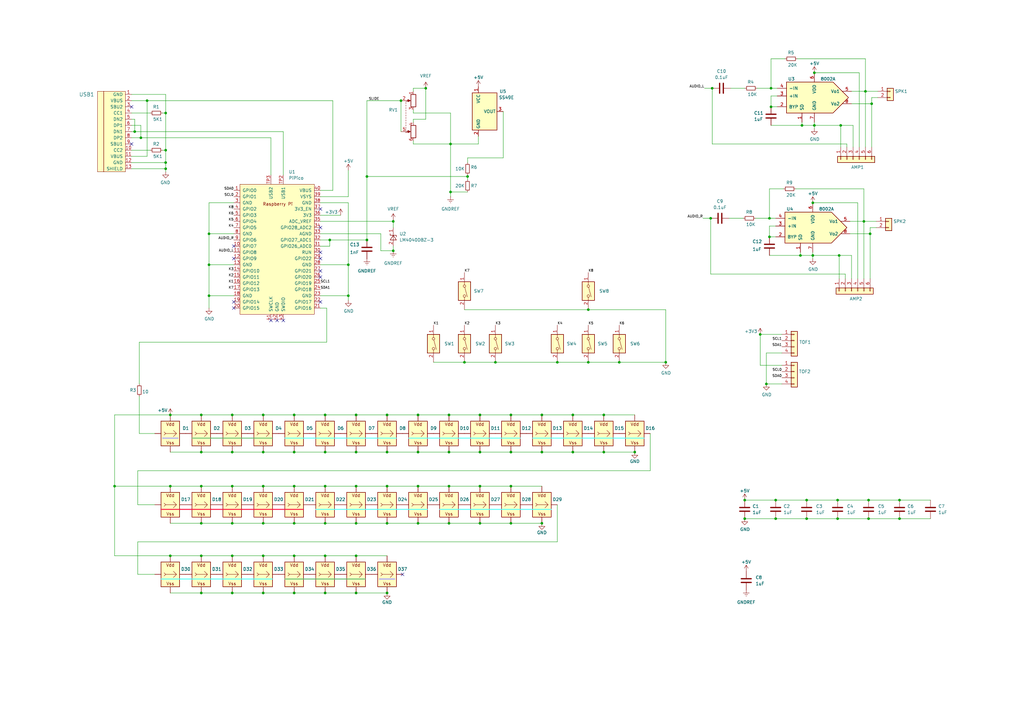
<source format=kicad_sch>
(kicad_sch (version 20231120) (generator "eeschema") (generator_version "8.0")
  (paper "A3")
  (lib_symbols
    (symbol "Connector_Generic:Conn_01x02" (pin_names (offset 1.016) hide)
      (property "Reference" "J" (at 0 2.54 0))
      (property "Value" "Conn_01x02" (at 0 -5.08 0))
      (symbol "Conn_01x02_1_1"
        (pin passive line (at -5.08 0 0) (length 3.81) (name "Pin_1") (number "1"))
        (pin passive line (at -5.08 -2.54 0) (length 3.81) (name "Pin_2") (number "2"))
      )
    )
    (symbol "Connector_Generic:Conn_01x04" (pin_names (offset 1.016) hide)
      (property "Reference" "J" (at 0 5.08 0))
      (property "Value" "Conn_01x04" (at 0 -7.62 0))
      (symbol "Conn_01x04_1_1"
        (pin passive line (at -5.08 2.54 0) (length 3.81) (name "Pin_1") (number "1"))
        (pin passive line (at -5.08 0 0) (length 3.81) (name "Pin_2") (number "2"))
        (pin passive line (at -5.08 -2.54 0) (length 3.81) (name "Pin_3") (number "3"))
        (pin passive line (at -5.08 -5.08 0) (length 3.81) (name "Pin_4") (number "4"))
      )
    )
    (symbol "Connector_Generic:Conn_01x06" (pin_names (offset 1.016) hide)
      (property "Reference" "J" (at 0 7.62 0))
      (property "Value" "Conn_01x06" (at 0 -10.16 0))
      (symbol "Conn_01x06_1_1"
        (pin passive line (at -5.08 5.08 0) (length 3.81) (name "Pin_1") (number "1"))
        (pin passive line (at -5.08 2.54 0) (length 3.81) (name "Pin_2") (number "2"))
        (pin passive line (at -5.08 0 0) (length 3.81) (name "Pin_3") (number "3"))
        (pin passive line (at -5.08 -2.54 0) (length 3.81) (name "Pin_4") (number "4"))
        (pin passive line (at -5.08 -5.08 0) (length 3.81) (name "Pin_5") (number "5"))
        (pin passive line (at -5.08 -7.62 0) (length 3.81) (name "Pin_6") (number "6"))
      )
    )
    (symbol "Device:C" (pin_numbers hide) (pin_names (offset 0.254))
      (property "Reference" "C" (at 0.635 2.54 0))
      (property "Value" "C" (at 0.635 -2.54 0))
      (symbol "C_1_1"
        (pin passive line (at 0 3.81 270) (length 2.794) (name "~") (number "1"))
        (pin passive line (at 0 -3.81 90) (length 2.794) (name "~") (number "2"))
      )
    )
    (symbol "Device:R_Potentiometer_Dual" (pin_names (offset 1.016) hide)
      (property "Reference" "RV" (at 0 3.81 0))
      (property "Value" "R_Potentiometer_Dual" (at 0 1.905 0))
      (symbol "R_Potentiometer_Dual_1_1"
        (pin passive line (at -10.16 -2.54 0) (length 1.27) (name "1") (number "1"))
        (pin passive line (at -6.35 2.54 270) (length 2.54) (name "2") (number "2"))
        (pin passive line (at -2.54 -2.54 180) (length 1.27) (name "3") (number "3"))
        (pin passive line (at 2.54 -2.54 0) (length 1.27) (name "4") (number "4"))
        (pin passive line (at 6.35 2.54 270) (length 2.54) (name "5") (number "5"))
        (pin passive line (at 10.16 -2.54 180) (length 1.27) (name "6") (number "6"))
      )
    )
    (symbol "Device:R_Small" (pin_numbers hide) (pin_names (offset 0.254) hide)
      (property "Reference" "R" (at 0.762 0.508 0))
      (property "Value" "R_Small" (at 0.762 -1.016 0))
      (symbol "R_Small_1_1"
        (pin passive line (at 0 2.54 270) (length 0.762) (name "~") (number "1"))
        (pin passive line (at 0 -2.54 90) (length 0.762) (name "~") (number "2"))
      )
    )
    (symbol "Reference_Voltage:LM4040DBZ-3" (pin_names (offset 0.0254) hide)
      (property "Reference" "U" (at 0 2.54 0))
      (property "Value" "LM4040DBZ-3" (at 0 -3.175 0))
      (symbol "LM4040DBZ-3_1_1"
        (pin passive line (at 3.81 0 180) (length 2.54) (name "K") (number "1"))
        (pin passive line (at -3.81 0 0) (length 2.54) (name "A") (number "2"))
        (pin no_connect line (at -1.27 0 0) (length 2.54) hide (name "NC") (number "3"))
      )
    )
    (symbol "Switch:SW_DIP_x01" (pin_names (offset 0) hide)
      (property "Reference" "SW" (at 0 3.81 0))
      (property "Value" "SW_DIP_x01" (at 0 -3.81 0))
      (symbol "SW_DIP_x01_1_1"
        (pin passive line (at -7.62 0 0) (length 5.08) (name "~") (number "1"))
        (pin passive line (at 7.62 0 180) (length 5.08) (name "~") (number "2"))
      )
    )
    (symbol "Type-C:HRO-TYPE-C-31-M-12" (pin_names (offset 1.016))
      (property "Reference" "USB" (at -5.08 16.51 0))
      (property "Value" "HRO-TYPE-C-31-M-12" (at -10.16 -1.27 90))
      (symbol "HRO-TYPE-C-31-M-12_1_1"
        (pin input line (at 2.54 13.97 180) (length 2.54) (name "GND") (number "1"))
        (pin input line (at 2.54 -8.89 180) (length 2.54) (name "CC2") (number "10"))
        (pin input line (at 2.54 -11.43 180) (length 2.54) (name "VBUS") (number "11"))
        (pin input line (at 2.54 -13.97 180) (length 2.54) (name "GND") (number "12"))
        (pin input line (at 2.54 -16.51 180) (length 2.54) (name "SHIELD") (number "13"))
        (pin input line (at 2.54 11.43 180) (length 2.54) (name "VBUS") (number "2"))
        (pin input line (at 2.54 8.89 180) (length 2.54) (name "SBU2") (number "3"))
        (pin input line (at 2.54 6.35 180) (length 2.54) (name "CC1") (number "4"))
        (pin input line (at 2.54 3.81 180) (length 2.54) (name "DN2") (number "5"))
        (pin input line (at 2.54 1.27 180) (length 2.54) (name "DP1") (number "6"))
        (pin input line (at 2.54 -1.27 180) (length 2.54) (name "DN1") (number "7"))
        (pin input line (at 2.54 -3.81 180) (length 2.54) (name "DP2") (number "8"))
        (pin input line (at 2.54 -6.35 180) (length 2.54) (name "SBU1") (number "9"))
      )
    )
    (symbol "geki_main:8002A" (pin_names (offset 1.016))
      (property "Reference" "U" (at 7.62 -7.62 0))
      (property "Value" "8002A" (at -10.795 7.62 0))
      (symbol "8002A_1_1"
        (pin input line (at -5.08 -10.16 90) (length 3.81) (name "SD") (number "1"))
        (pin input line (at -15.24 -3.81 0) (length 3.81) (name "BYP") (number "2"))
        (pin input line (at -15.24 0.635 0) (length 3.81) (name "+IN") (number "3"))
        (pin input line (at -15.24 3.81 0) (length 3.81) (name "-IN") (number "4"))
        (pin output line (at 15.24 2.54 180) (length 3.81) (name "Vo1") (number "5"))
        (pin power_in line (at 0 10.16 270) (length 3.81) (name "VDD") (number "6"))
        (pin power_in line (at 0 -10.16 90) (length 3.81) (name "GND") (number "7"))
        (pin output line (at 15.24 -2.54 180) (length 3.81) (name "Vo2") (number "8"))
      )
    )
    (symbol "geki_main:PiPico" (pin_names (offset 1.016))
      (property "Reference" "U" (at -13.97 27.94 0))
      (property "Value" "PiPico" (at 0.254 16.002 0))
      (symbol "PiPico_0_0"
        (text "Raspberry Pi" (at 0.254 18.542 0) (effects (font (size 1.27 1.27))))
      )
      (symbol "PiPico_1_1"
        (pin bidirectional line (at -17.78 24.13 0) (length 2.54) (name "GPIO0") (number "1"))
        (pin bidirectional line (at -17.78 1.27 0) (length 2.54) (name "GPIO7") (number "10"))
        (pin bidirectional line (at -17.78 -1.27 0) (length 2.54) (name "GPIO8") (number "11"))
        (pin bidirectional line (at -17.78 -3.81 0) (length 2.54) (name "GPIO9") (number "12"))
        (pin power_in line (at -17.78 -6.35 0) (length 2.54) (name "GND") (number "13"))
        (pin bidirectional line (at -17.78 -8.89 0) (length 2.54) (name "GPIO10") (number "14"))
        (pin bidirectional line (at -17.78 -11.43 0) (length 2.54) (name "GPIO11") (number "15"))
        (pin bidirectional line (at -17.78 -13.97 0) (length 2.54) (name "GPIO12") (number "16"))
        (pin bidirectional line (at -17.78 -16.51 0) (length 2.54) (name "GPIO13") (number "17"))
        (pin power_in line (at -17.78 -19.05 0) (length 2.54) (name "GND") (number "18"))
        (pin bidirectional line (at -17.78 -21.59 0) (length 2.54) (name "GPIO14") (number "19"))
        (pin bidirectional line (at -17.78 21.59 0) (length 2.54) (name "GPIO1") (number "2"))
        (pin bidirectional line (at -17.78 -24.13 0) (length 2.54) (name "GPIO15") (number "20"))
        (pin bidirectional line (at 17.78 -24.13 180) (length 2.54) (name "GPIO16") (number "21"))
        (pin bidirectional line (at 17.78 -21.59 180) (length 2.54) (name "GPIO17") (number "22"))
        (pin power_in line (at 17.78 -19.05 180) (length 2.54) (name "GND") (number "23"))
        (pin bidirectional line (at 17.78 -16.51 180) (length 2.54) (name "GPIO18") (number "24"))
        (pin bidirectional line (at 17.78 -13.97 180) (length 2.54) (name "GPIO19") (number "25"))
        (pin bidirectional line (at 17.78 -11.43 180) (length 2.54) (name "GPIO20") (number "26"))
        (pin bidirectional line (at 17.78 -8.89 180) (length 2.54) (name "GPIO21") (number "27"))
        (pin power_in line (at 17.78 -6.35 180) (length 2.54) (name "GND") (number "28"))
        (pin bidirectional line (at 17.78 -3.81 180) (length 2.54) (name "GPIO22") (number "29"))
        (pin power_in line (at -17.78 19.05 0) (length 2.54) (name "GND") (number "3"))
        (pin input line (at 17.78 -1.27 180) (length 2.54) (name "RUN") (number "30"))
        (pin bidirectional line (at 17.78 1.27 180) (length 2.54) (name "GPIO26_ADC0") (number "31"))
        (pin bidirectional line (at 17.78 3.81 180) (length 2.54) (name "GPIO27_ADC1") (number "32"))
        (pin power_in line (at 17.78 6.35 180) (length 2.54) (name "AGND") (number "33"))
        (pin bidirectional line (at 17.78 8.89 180) (length 2.54) (name "GPIO28_ADC2") (number "34"))
        (pin unspecified line (at 17.78 11.43 180) (length 2.54) (name "ADC_VREF") (number "35"))
        (pin unspecified line (at 17.78 13.97 180) (length 2.54) (name "3V3") (number "36"))
        (pin input line (at 17.78 16.51 180) (length 2.54) (name "3V3_EN") (number "37"))
        (pin bidirectional line (at 17.78 19.05 180) (length 2.54) (name "GND") (number "38"))
        (pin unspecified line (at 17.78 21.59 180) (length 2.54) (name "VSYS") (number "39"))
        (pin bidirectional line (at -17.78 16.51 0) (length 2.54) (name "GPIO2") (number "4"))
        (pin unspecified line (at 17.78 24.13 180) (length 2.54) (name "VBUS") (number "40"))
        (pin input line (at -2.54 -29.21 90) (length 2.54) (name "SWCLK") (number "41"))
        (pin power_in line (at 0 -29.21 90) (length 2.54) (name "GND") (number "42"))
        (pin bidirectional line (at 2.54 -29.21 90) (length 2.54) (name "SWDIO") (number "43"))
        (pin bidirectional line (at -17.78 13.97 0) (length 2.54) (name "GPIO3") (number "5"))
        (pin bidirectional line (at -17.78 11.43 0) (length 2.54) (name "GPIO4") (number "6"))
        (pin bidirectional line (at -17.78 8.89 0) (length 2.54) (name "GPIO5") (number "7"))
        (pin power_in line (at -17.78 6.35 0) (length 2.54) (name "GND") (number "8"))
        (pin bidirectional line (at -17.78 3.81 0) (length 2.54) (name "GPIO6") (number "9"))
        (pin bidirectional line (at 2.54 30.48 270) (length 3.81) (name "USB1") (number "TP2"))
        (pin bidirectional line (at -2.54 30.48 270) (length 3.81) (name "USB2") (number "TP3"))
      )
    )
    (symbol "geki_main:SS49E"
      (property "Reference" "U" (at 0 11.43 0))
      (property "Value" "SS49E" (at 0 8.89 0))
      (symbol "SS49E_1_1"
        (pin power_in line (at -2.54 10.16 270) (length 2.54) (name "VCC") (number "1"))
        (pin power_in line (at -2.54 -10.16 90) (length 2.54) (name "GND") (number "2"))
        (pin output line (at 7.62 0 180) (length 2.54) (name "VOUT") (number "3"))
      )
    )
    (symbol "geki_main:WS2812B_Unified" (pin_numbers hide) (pin_names (offset 0.254) hide)
      (property "Reference" "D10" (at 2.54 6.35 0))
      (symbol "WS2812B_Unified_0_0"
        (text "Vdd" (at 0 3.81 0) (effects (font (size 1.27 1.27))))
        (text "Vss" (at 0 -3.81 0) (effects (font (size 1.27 1.27))))
      )
      (symbol "WS2812B_Unified_1_1"
        (pin power_in line (at 0 -7.62 90) (length 2.54) (name "VSS") (number "G"))
        (pin input line (at -6.35 0 0) (length 2.54) (name "In") (number "I"))
        (pin output line (at 6.35 0 180) (length 2.54) (name "Out") (number "O"))
        (pin power_in line (at 0 7.62 270) (length 2.54) (name "VDD") (number "V"))
      )
    )
    (symbol "power:+3.3VADC" (power) (pin_names (offset 0))
      (property "Value" "+3.3VADC" (at 0 2.54 0))
      (symbol "+3.3VADC_0_0"
        (pin power_in line (at 0 0 90) (length 0) hide (name "+3.3VADC") (number "1"))
      )
    )
    (symbol "power:+3V3" (power) (pin_names (offset 0))
      (property "Value" "+3V3" (at 0 3.556 0))
      (symbol "+3V3_1_1"
        (pin power_in line (at 0 0 90) (length 0) hide (name "+3V3") (number "1"))
      )
    )
    (symbol "power:+5V" (power) (pin_names (offset 0))
      (property "Value" "+5V" (at 0 3.556 0))
      (symbol "+5V_1_1"
        (pin power_in line (at 0 0 90) (length 0) hide (name "+5V") (number "1"))
      )
    )
    (symbol "power:GND" (power) (pin_names (offset 0))
      (property "Value" "GND" (at 0 -3.81 0))
      (symbol "GND_1_1"
        (pin power_in line (at 0 0 270) (length 0) hide (name "GND") (number "1"))
      )
    )
    (symbol "power:GNDREF" (power) (pin_numbers hide) (pin_names (offset 0) hide)
      (property "Value" "GNDREF" (at 0 -3.81 0))
      (symbol "GNDREF_1_1"
        (pin power_in line (at 0 0 270) (length 0) (name "~") (number "1"))
      )
    )
  )
  (junction (at 120.65 185.42))
  (junction (at 158.75 170.18))
  (junction (at 57.785 56.515))
  (junction (at 344.17 104.775))
  (junction (at 184.15 214.63))
  (junction (at 356.235 212.725))
  (junction (at 107.95 185.42))
  (junction (at 85.725 108.585))
  (junction (at 344.805 51.435))
  (junction (at 247.65 170.18))
  (junction (at 146.05 227.965))
  (junction (at 260.35 185.42))
  (junction (at 107.95 199.39))
  (junction (at 196.85 185.42))
  (junction (at 356.87 95.885))
  (junction (at 196.85 214.63))
  (junction (at 254 148.59))
  (junction (at 171.45 170.18))
  (junction (at 95.25 214.63))
  (junction (at 184.785 59.055))
  (junction (at 85.725 121.285))
  (junction (at 209.55 199.39))
  (junction (at 273.05 148.59))
  (junction (at 82.55 199.39))
  (junction (at 146.05 170.18))
  (junction (at 133.35 185.42))
  (junction (at 316.23 43.815))
  (junction (at 69.85 199.39))
  (junction (at 334.01 29.845))
  (junction (at 120.65 170.18))
  (junction (at 146.05 185.42))
  (junction (at 318.135 212.725))
  (junction (at 174.625 36.195))
  (junction (at 315.595 97.155))
  (junction (at 305.435 205.105))
  (junction (at 158.75 243.205))
  (junction (at 69.85 227.965))
  (junction (at 196.85 170.18))
  (junction (at 234.95 185.42))
  (junction (at 328.93 51.435))
  (junction (at 164.465 41.275))
  (junction (at 158.75 199.39))
  (junction (at 146.05 214.63))
  (junction (at 171.45 199.39))
  (junction (at 311.785 137.16))
  (junction (at 133.35 243.205))
  (junction (at 241.3 127))
  (junction (at 328.295 104.775))
  (junction (at 60.325 41.275))
  (junction (at 107.95 214.63))
  (junction (at 95.25 185.42))
  (junction (at 305.435 212.725))
  (junction (at 150.495 98.425))
  (junction (at 120.65 199.39))
  (junction (at 316.23 36.195))
  (junction (at 85.725 95.885))
  (junction (at 368.935 212.725))
  (junction (at 368.935 205.105))
  (junction (at 67.945 66.675))
  (junction (at 107.95 227.965))
  (junction (at 292.1 36.195))
  (junction (at 95.25 199.39))
  (junction (at 241.3 148.59))
  (junction (at 95.25 227.965))
  (junction (at 190.5 148.59))
  (junction (at 291.465 89.535))
  (junction (at 133.35 170.18))
  (junction (at 314.325 157.48))
  (junction (at 120.65 243.205))
  (junction (at 67.945 69.215))
  (junction (at 334.01 51.435))
  (junction (at 343.535 205.105))
  (junction (at 133.35 214.63))
  (junction (at 247.65 185.42))
  (junction (at 343.535 212.725))
  (junction (at 184.15 185.42))
  (junction (at 318.135 205.105))
  (junction (at 354.965 37.465))
  (junction (at 171.45 214.63))
  (junction (at 184.15 199.39))
  (junction (at 171.45 185.42))
  (junction (at 330.835 205.105))
  (junction (at 158.75 214.63))
  (junction (at 146.05 199.39))
  (junction (at 135.255 98.425))
  (junction (at 82.55 227.965))
  (junction (at 333.375 83.185))
  (junction (at 191.77 72.39))
  (junction (at 356.235 205.105))
  (junction (at 67.945 61.595))
  (junction (at 67.945 46.355))
  (junction (at 95.25 243.205))
  (junction (at 222.25 214.63))
  (junction (at 150.495 72.39))
  (junction (at 82.55 214.63))
  (junction (at 82.55 170.18))
  (junction (at 234.95 170.18))
  (junction (at 222.25 185.42))
  (junction (at 107.95 243.205))
  (junction (at 209.55 170.18))
  (junction (at 315.595 89.535))
  (junction (at 120.65 227.965))
  (junction (at 107.95 170.18))
  (junction (at 209.55 214.63))
  (junction (at 133.35 199.39))
  (junction (at 46.99 199.39))
  (junction (at 161.29 90.805))
  (junction (at 184.785 78.74))
  (junction (at 82.55 243.205))
  (junction (at 209.55 185.42))
  (junction (at 95.25 170.18))
  (junction (at 357.505 42.545))
  (junction (at 222.25 170.18))
  (junction (at 196.85 199.39))
  (junction (at 354.33 90.805))
  (junction (at 69.85 170.18))
  (junction (at 142.875 108.585))
  (junction (at 82.55 185.42))
  (junction (at 158.75 185.42))
  (junction (at 55.245 53.975))
  (junction (at 120.65 214.63))
  (junction (at 146.05 243.205))
  (junction (at 133.35 227.965))
  (junction (at 228.6 148.59))
  (junction (at 333.375 104.775))
  (junction (at 330.835 212.725))
  (junction (at 142.875 121.285))
  (junction (at 203.2 148.59))
  (junction (at 161.29 102.87))
  (junction (at 184.15 170.18))
  (no_connect (at 113.665 131.445))
  (no_connect (at 131.445 123.825))
  (no_connect (at 95.885 123.825))
  (no_connect (at 53.975 43.815))
  (no_connect (at 53.975 59.055))
  (no_connect (at 131.445 103.505))
  (no_connect (at 131.445 85.725))
  (no_connect (at 111.125 131.445))
  (no_connect (at 131.445 93.345))
  (no_connect (at 95.885 126.365))
  (no_connect (at 131.445 106.045))
  (no_connect (at 165.1 235.585))
  (no_connect (at 131.445 113.665))
  (no_connect (at 131.445 111.125))
  (no_connect (at 95.885 100.965))
  (no_connect (at 116.205 131.445))
  (no_connect (at 95.885 106.045))
  (wire (pts (xy 315.595 92.71) (xy 318.135 92.71)))
  (wire (pts (xy 320.675 144.78) (xy 314.325 144.78)))
  (wire (pts (xy 354.965 24.13) (xy 354.965 37.465)))
  (wire (pts (xy 67.945 38.735) (xy 67.945 46.355)))
  (wire (pts (xy 131.445 100.965) (xy 135.255 100.965)))
  (wire (pts (xy 305.435 36.195) (xy 299.72 36.195)))
  (wire (pts (xy 131.445 88.265) (xy 139.7 88.265)))
  (wire (pts (xy 85.725 83.185) (xy 85.725 95.885)))
  (wire (pts (xy 190.5 148.59) (xy 203.2 148.59)))
  (wire (pts (xy 161.29 100.965) (xy 161.29 102.87)))
  (polyline (pts (xy 66.675 179.705) (xy 73.025 179.705)) (stroke (width 0.381) (type solid) (color 159 154 255 1)))
  (wire (pts (xy 311.785 149.86) (xy 320.675 149.86)))
  (wire (pts (xy 171.45 185.42) (xy 184.15 185.42)))
  (wire (pts (xy 316.23 36.195) (xy 318.77 36.195)))
  (wire (pts (xy 95.25 199.39) (xy 107.95 199.39)))
  (wire (pts (xy 222.25 185.42) (xy 234.95 185.42)))
  (wire (pts (xy 120.65 214.63) (xy 133.35 214.63)))
  (wire (pts (xy 131.445 121.285) (xy 142.875 121.285)))
  (polyline (pts (xy 180.34 208.915) (xy 226.06 208.915)) (stroke (width 0.381) (type solid) (color 88 255 249 1)))
  (wire (pts (xy 46.99 227.965) (xy 69.85 227.965)))
  (wire (pts (xy 169.545 48.895) (xy 174.625 48.895)))
  (wire (pts (xy 135.255 98.425) (xy 131.445 98.425)))
  (wire (pts (xy 368.935 212.725) (xy 381.635 212.725)))
  (wire (pts (xy 53.975 53.975) (xy 55.245 53.975)))
  (wire (pts (xy 316.23 43.815) (xy 318.77 43.815)))
  (wire (pts (xy 247.65 170.18) (xy 260.35 170.18)))
  (wire (pts (xy 60.325 64.135) (xy 60.325 41.275)))
  (wire (pts (xy 46.99 199.39) (xy 69.85 199.39)))
  (wire (pts (xy 133.35 170.18) (xy 146.05 170.18)))
  (wire (pts (xy 142.875 83.185) (xy 142.875 108.585)))
  (wire (pts (xy 292.1 36.195) (xy 292.1 59.055)))
  (wire (pts (xy 85.725 95.885) (xy 95.885 95.885)))
  (wire (pts (xy 347.345 59.055) (xy 347.345 60.325)))
  (wire (pts (xy 314.325 144.78) (xy 314.325 157.48)))
  (polyline (pts (xy 155.575 237.49) (xy 161.925 237.49)) (stroke (width 0.381) (type solid) (color 159 154 255 1)))
  (wire (pts (xy 334.01 51.435) (xy 344.805 51.435)))
  (wire (pts (xy 95.25 185.42) (xy 107.95 185.42)))
  (wire (pts (xy 191.77 64.77) (xy 206.375 64.77)))
  (wire (pts (xy 196.85 185.42) (xy 209.55 185.42)))
  (wire (pts (xy 348.615 90.805) (xy 354.33 90.805)))
  (wire (pts (xy 131.445 78.105) (xy 136.525 78.105)))
  (wire (pts (xy 156.21 95.885) (xy 156.21 102.87)))
  (wire (pts (xy 328.93 50.165) (xy 328.93 51.435)))
  (wire (pts (xy 120.65 227.965) (xy 133.35 227.965)))
  (wire (pts (xy 352.425 29.845) (xy 352.425 60.325)))
  (wire (pts (xy 234.95 170.18) (xy 247.65 170.18)))
  (wire (pts (xy 133.985 140.335) (xy 57.15 140.335)))
  (wire (pts (xy 349.25 37.465) (xy 354.965 37.465)))
  (wire (pts (xy 56.515 193.04) (xy 56.515 207.01)))
  (wire (pts (xy 354.33 114.3) (xy 354.33 90.805)))
  (wire (pts (xy 133.35 243.205) (xy 146.05 243.205)))
  (wire (pts (xy 111.125 56.515) (xy 57.785 56.515)))
  (wire (pts (xy 184.785 59.055) (xy 196.215 59.055)))
  (wire (pts (xy 146.05 199.39) (xy 158.75 199.39)))
  (wire (pts (xy 328.93 51.435) (xy 334.01 51.435)))
  (wire (pts (xy 156.21 102.87) (xy 161.29 102.87)))
  (wire (pts (xy 241.3 127) (xy 273.05 127)))
  (wire (pts (xy 241.3 148.59) (xy 254 148.59)))
  (wire (pts (xy 171.45 214.63) (xy 184.15 214.63)))
  (wire (pts (xy 315.595 97.155) (xy 318.135 97.155)))
  (wire (pts (xy 85.725 121.285) (xy 95.885 121.285)))
  (wire (pts (xy 315.595 77.47) (xy 315.595 89.535)))
  (wire (pts (xy 131.445 90.805) (xy 161.29 90.805)))
  (wire (pts (xy 273.05 127) (xy 273.05 148.59)))
  (wire (pts (xy 314.325 157.48) (xy 320.675 157.48)))
  (wire (pts (xy 133.35 199.39) (xy 146.05 199.39)))
  (wire (pts (xy 191.77 66.675) (xy 191.77 64.77)))
  (wire (pts (xy 334.01 51.435) (xy 334.01 50.165)))
  (wire (pts (xy 234.95 185.42) (xy 247.65 185.42)))
  (wire (pts (xy 196.215 55.88) (xy 196.215 59.055)))
  (wire (pts (xy 209.55 199.39) (xy 222.25 199.39)))
  (wire (pts (xy 328.295 104.775) (xy 333.375 104.775)))
  (wire (pts (xy 95.25 243.205) (xy 107.95 243.205)))
  (wire (pts (xy 85.725 95.885) (xy 85.725 108.585)))
  (wire (pts (xy 291.465 112.395) (xy 346.71 112.395)))
  (wire (pts (xy 142.875 121.285) (xy 142.875 123.19)))
  (wire (pts (xy 135.255 100.965) (xy 135.255 98.425)))
  (wire (pts (xy 164.465 41.275) (xy 164.465 53.975)))
  (wire (pts (xy 333.375 106.045) (xy 333.375 104.775)))
  (wire (pts (xy 82.55 243.205) (xy 95.25 243.205)))
  (wire (pts (xy 133.985 126.365) (xy 133.985 140.335)))
  (wire (pts (xy 184.785 59.055) (xy 184.785 78.74)))
  (wire (pts (xy 133.35 185.42) (xy 146.05 185.42)))
  (wire (pts (xy 228.6 207.01) (xy 228.6 222.25)))
  (wire (pts (xy 318.135 205.105) (xy 330.835 205.105)))
  (wire (pts (xy 354.33 90.805) (xy 354.33 77.47)))
  (wire (pts (xy 288.29 89.535) (xy 291.465 89.535)))
  (wire (pts (xy 120.65 170.18) (xy 133.35 170.18)))
  (wire (pts (xy 116.205 71.755) (xy 116.205 53.975)))
  (wire (pts (xy 55.245 48.895) (xy 55.245 53.975)))
  (wire (pts (xy 334.01 52.705) (xy 334.01 51.435)))
  (wire (pts (xy 116.205 53.975) (xy 55.245 53.975)))
  (wire (pts (xy 120.65 243.205) (xy 133.35 243.205)))
  (wire (pts (xy 330.835 212.725) (xy 343.535 212.725)))
  (wire (pts (xy 69.85 214.63) (xy 82.55 214.63)))
  (wire (pts (xy 169.545 59.055) (xy 169.545 57.785)))
  (wire (pts (xy 357.505 42.545) (xy 357.505 60.325)))
  (wire (pts (xy 46.99 199.39) (xy 46.99 227.965)))
  (wire (pts (xy 46.99 170.18) (xy 69.85 170.18)))
  (wire (pts (xy 209.55 170.18) (xy 222.25 170.18)))
  (wire (pts (xy 46.99 170.18) (xy 46.99 199.39)))
  (wire (pts (xy 311.785 137.16) (xy 311.785 149.86)))
  (wire (pts (xy 228.6 222.25) (xy 56.515 222.25)))
  (wire (pts (xy 184.785 59.055) (xy 169.545 59.055)))
  (wire (pts (xy 150.495 41.275) (xy 164.465 41.275)))
  (wire (pts (xy 53.975 66.675) (xy 67.945 66.675)))
  (wire (pts (xy 57.785 51.435) (xy 57.785 56.515)))
  (wire (pts (xy 158.75 214.63) (xy 171.45 214.63)))
  (wire (pts (xy 291.465 89.535) (xy 291.465 112.395)))
  (wire (pts (xy 174.625 36.195) (xy 174.625 48.895)))
  (wire (pts (xy 177.8 148.59) (xy 190.5 148.59)))
  (wire (pts (xy 321.945 24.13) (xy 316.23 24.13)))
  (wire (pts (xy 111.125 71.755) (xy 111.125 56.515)))
  (wire (pts (xy 95.25 227.965) (xy 107.95 227.965)))
  (wire (pts (xy 82.55 227.965) (xy 95.25 227.965)))
  (wire (pts (xy 82.55 170.18) (xy 95.25 170.18)))
  (wire (pts (xy 150.495 72.39) (xy 191.77 72.39)))
  (wire (pts (xy 354.965 37.465) (xy 354.965 60.325)))
  (wire (pts (xy 82.55 199.39) (xy 95.25 199.39)))
  (polyline (pts (xy 78.74 179.705) (xy 111.76 179.705)) (stroke (width 0.381) (type solid) (color 101 192 115 1)))
  (wire (pts (xy 120.65 185.42) (xy 133.35 185.42)))
  (wire (pts (xy 357.505 40.005) (xy 360.045 40.005)))
  (wire (pts (xy 328.295 103.505) (xy 328.295 104.775)))
  (wire (pts (xy 133.35 227.965) (xy 146.05 227.965)))
  (wire (pts (xy 333.375 104.775) (xy 344.17 104.775)))
  (wire (pts (xy 349.25 42.545) (xy 357.505 42.545)))
  (wire (pts (xy 184.785 46.355) (xy 184.785 59.055)))
  (wire (pts (xy 150.495 72.39) (xy 150.495 98.425)))
  (wire (pts (xy 131.445 126.365) (xy 133.985 126.365)))
  (wire (pts (xy 305.435 212.725) (xy 318.135 212.725)))
  (wire (pts (xy 171.45 170.18) (xy 184.15 170.18)))
  (polyline (pts (xy 129.54 208.915) (xy 175.26 208.915)) (stroke (width 0.381) (type solid) (color 88 255 249 1)))
  (wire (pts (xy 133.35 214.63) (xy 146.05 214.63)))
  (wire (pts (xy 354.965 37.465) (xy 360.045 37.465)))
  (polyline (pts (xy 116.84 179.705) (xy 162.56 179.705)) (stroke (width 0.381) (type solid) (color 88 255 249 1)))
  (wire (pts (xy 53.975 64.135) (xy 60.325 64.135)))
  (wire (pts (xy 266.7 193.04) (xy 56.515 193.04)))
  (wire (pts (xy 60.325 41.275) (xy 136.525 41.275)))
  (wire (pts (xy 316.23 39.37) (xy 316.23 43.815)))
  (wire (pts (xy 184.15 199.39) (xy 196.85 199.39)))
  (wire (pts (xy 53.975 56.515) (xy 57.785 56.515)))
  (wire (pts (xy 95.25 170.18) (xy 107.95 170.18)))
  (wire (pts (xy 316.23 39.37) (xy 318.77 39.37)))
  (polyline (pts (xy 218.44 179.705) (xy 264.16 179.705)) (stroke (width 0.381) (type solid) (color 88 255 249 1)))
  (wire (pts (xy 146.05 243.205) (xy 158.75 243.205)))
  (wire (pts (xy 131.445 95.885) (xy 156.21 95.885)))
  (wire (pts (xy 196.85 199.39) (xy 209.55 199.39)))
  (wire (pts (xy 53.975 61.595) (xy 61.595 61.595)))
  (wire (pts (xy 196.85 214.63) (xy 209.55 214.63)))
  (wire (pts (xy 107.95 214.63) (xy 120.65 214.63)))
  (wire (pts (xy 107.95 185.42) (xy 120.65 185.42)))
  (wire (pts (xy 321.31 77.47) (xy 315.595 77.47)))
  (wire (pts (xy 85.725 108.585) (xy 85.725 121.285)))
  (wire (pts (xy 57.15 140.335) (xy 57.15 157.48)))
  (wire (pts (xy 318.135 212.725) (xy 330.835 212.725)))
  (wire (pts (xy 357.505 40.005) (xy 357.505 42.545)))
  (wire (pts (xy 53.975 46.355) (xy 61.595 46.355)))
  (wire (pts (xy 120.65 199.39) (xy 133.35 199.39)))
  (wire (pts (xy 344.805 51.435) (xy 344.805 60.325)))
  (wire (pts (xy 327.025 24.13) (xy 354.965 24.13)))
  (wire (pts (xy 310.515 36.195) (xy 316.23 36.195)))
  (wire (pts (xy 330.835 205.105) (xy 343.535 205.105)))
  (wire (pts (xy 107.95 170.18) (xy 120.65 170.18)))
  (wire (pts (xy 344.17 104.775) (xy 344.17 114.3)))
  (wire (pts (xy 161.29 93.345) (xy 161.29 90.805)))
  (wire (pts (xy 107.95 243.205) (xy 120.65 243.205)))
  (polyline (pts (xy 167.64 179.705) (xy 213.36 179.705)) (stroke (width 0.381) (type solid) (color 88 255 249 1)))
  (wire (pts (xy 57.15 162.56) (xy 57.15 177.8)))
  (wire (pts (xy 67.945 69.215) (xy 67.945 70.485)))
  (wire (pts (xy 247.65 185.42) (xy 260.35 185.42)))
  (wire (pts (xy 333.375 83.185) (xy 351.79 83.185)))
  (wire (pts (xy 67.945 61.595) (xy 66.675 61.595)))
  (wire (pts (xy 309.88 89.535) (xy 315.595 89.535)))
  (wire (pts (xy 56.515 235.585) (xy 63.5 235.585)))
  (wire (pts (xy 169.545 46.355) (xy 184.785 46.355)))
  (wire (pts (xy 53.975 38.735) (xy 67.945 38.735)))
  (wire (pts (xy 53.975 41.275) (xy 60.325 41.275)))
  (wire (pts (xy 82.55 214.63) (xy 95.25 214.63)))
  (wire (pts (xy 69.85 227.965) (xy 82.55 227.965)))
  (wire (pts (xy 315.595 89.535) (xy 318.135 89.535)))
  (wire (pts (xy 131.445 83.185) (xy 142.875 83.185)))
  (wire (pts (xy 184.15 185.42) (xy 196.85 185.42)))
  (wire (pts (xy 146.05 227.965) (xy 158.75 227.965)))
  (wire (pts (xy 174.625 36.195) (xy 169.545 36.195)))
  (wire (pts (xy 356.235 212.725) (xy 368.935 212.725)))
  (wire (pts (xy 158.75 170.18) (xy 171.45 170.18)))
  (wire (pts (xy 304.8 89.535) (xy 299.085 89.535)))
  (polyline (pts (xy 66.04 237.49) (xy 111.76 237.49)) (stroke (width 0.381) (type solid) (color 88 255 249 1)))
  (wire (pts (xy 95.885 83.185) (xy 85.725 83.185)))
  (wire (pts (xy 142.875 108.585) (xy 142.875 121.285)))
  (wire (pts (xy 206.375 45.72) (xy 206.375 64.77)))
  (wire (pts (xy 107.95 227.965) (xy 120.65 227.965)))
  (wire (pts (xy 326.39 77.47) (xy 354.33 77.47)))
  (wire (pts (xy 142.875 80.645) (xy 142.875 69.85)))
  (wire (pts (xy 146.05 185.42) (xy 158.75 185.42)))
  (wire (pts (xy 158.75 185.42) (xy 171.45 185.42)))
  (wire (pts (xy 228.6 148.59) (xy 241.3 148.59)))
  (wire (pts (xy 209.55 214.63) (xy 222.25 214.63)))
  (wire (pts (xy 333.375 104.775) (xy 333.375 103.505)))
  (wire (pts (xy 356.235 205.105) (xy 368.935 205.105)))
  (wire (pts (xy 316.23 51.435) (xy 328.93 51.435)))
  (wire (pts (xy 190.5 127) (xy 241.3 127)))
  (wire (pts (xy 131.445 108.585) (xy 142.875 108.585)))
  (wire (pts (xy 344.805 51.435) (xy 349.885 51.435)))
  (wire (pts (xy 67.945 46.355) (xy 67.945 61.595)))
  (wire (pts (xy 85.725 108.585) (xy 95.885 108.585)))
  (wire (pts (xy 349.25 104.775) (xy 349.25 114.3)))
  (wire (pts (xy 184.15 214.63) (xy 196.85 214.63)))
  (wire (pts (xy 82.55 185.42) (xy 95.25 185.42)))
  (wire (pts (xy 196.85 170.18) (xy 209.55 170.18)))
  (wire (pts (xy 191.77 71.755) (xy 191.77 72.39)))
  (wire (pts (xy 67.945 66.675) (xy 67.945 69.215)))
  (wire (pts (xy 349.885 51.435) (xy 349.885 60.325)))
  (wire (pts (xy 56.515 222.25) (xy 56.515 235.585)))
  (wire (pts (xy 191.77 72.39) (xy 191.77 73.66)))
  (wire (pts (xy 343.535 212.725) (xy 356.235 212.725)))
  (wire (pts (xy 266.7 177.8) (xy 266.7 193.04)))
  (wire (pts (xy 161.29 90.17) (xy 161.29 90.805)))
  (wire (pts (xy 344.17 104.775) (xy 349.25 104.775)))
  (wire (pts (xy 315.595 104.775) (xy 328.295 104.775)))
  (wire (pts (xy 184.785 78.74) (xy 184.785 80.645)))
  (wire (pts (xy 69.85 199.39) (xy 82.55 199.39)))
  (wire (pts (xy 171.45 199.39) (xy 184.15 199.39)))
  (wire (pts (xy 209.55 185.42) (xy 222.25 185.42)))
  (polyline (pts (xy 66.04 208.915) (xy 124.46 208.915)) (stroke (width 0.381) (type solid) (color 255 17 65 1)))
  (wire (pts (xy 150.495 98.425) (xy 135.255 98.425)))
  (wire (pts (xy 184.785 78.74) (xy 191.77 78.74)))
  (wire (pts (xy 146.05 170.18) (xy 158.75 170.18)))
  (wire (pts (xy 334.01 29.845) (xy 352.425 29.845)))
  (wire (pts (xy 184.15 170.18) (xy 196.85 170.18)))
  (wire (pts (xy 351.79 83.185) (xy 351.79 114.3)))
  (wire (pts (xy 53.975 69.215) (xy 67.945 69.215)))
  (wire (pts (xy 356.87 95.885) (xy 356.87 114.3)))
  (wire (pts (xy 57.15 177.8) (xy 63.5 177.8)))
  (wire (pts (xy 53.975 51.435) (xy 57.785 51.435)))
  (wire (pts (xy 67.945 61.595) (xy 67.945 66.675)))
  (wire (pts (xy 95.25 214.63) (xy 107.95 214.63)))
  (wire (pts (xy 316.23 24.13) (xy 316.23 36.195)))
  (wire (pts (xy 56.515 207.01) (xy 63.5 207.01)))
  (wire (pts (xy 315.595 92.71) (xy 315.595 97.155)))
  (wire (pts (xy 222.25 170.18) (xy 234.95 170.18)))
  (wire (pts (xy 305.435 205.105) (xy 318.135 205.105)))
  (wire (pts (xy 53.975 48.895) (xy 55.245 48.895)))
  (polyline (pts (xy 116.84 237.49) (xy 149.86 237.49)) (stroke (width 0.381) (type solid) (color 101 192 115 1)))
  (wire (pts (xy 67.945 46.355) (xy 66.675 46.355)))
  (wire (pts (xy 69.85 185.42) (xy 82.55 185.42)))
  (wire (pts (xy 292.1 59.055) (xy 347.345 59.055)))
  (wire (pts (xy 356.87 93.345) (xy 356.87 95.885)))
  (wire (pts (xy 288.925 36.195) (xy 292.1 36.195)))
  (wire (pts (xy 346.71 112.395) (xy 346.71 114.3)))
  (wire (pts (xy 254 148.59) (xy 273.05 148.59)))
  (wire (pts (xy 69.85 170.18) (xy 82.55 170.18)))
  (wire (pts (xy 158.75 199.39) (xy 171.45 199.39)))
  (wire (pts (xy 169.545 36.195) (xy 169.545 37.465)))
  (wire (pts (xy 69.85 243.205) (xy 82.55 243.205)))
  (wire (pts (xy 85.725 121.285) (xy 85.725 126.365)))
  (wire (pts (xy 320.675 137.16) (xy 311.785 137.16)))
  (wire (pts (xy 348.615 95.885) (xy 356.87 95.885)))
  (wire (pts (xy 343.535 205.105) (xy 356.235 205.105)))
  (wire (pts (xy 131.445 80.645) (xy 142.875 80.645)))
  (wire (pts (xy 359.41 93.345) (xy 356.87 93.345)))
  (wire (pts (xy 169.545 46.355) (xy 169.545 45.085)))
  (wire (pts (xy 136.525 41.275) (xy 136.525 78.105)))
  (wire (pts (xy 150.495 41.275) (xy 150.495 72.39)))
  (wire (pts (xy 107.95 199.39) (xy 120.65 199.39)))
  (wire (pts (xy 368.935 205.105) (xy 381.635 205.105)))
  (wire (pts (xy 203.2 148.59) (xy 228.6 148.59)))
  (wire (pts (xy 146.05 214.63) (xy 158.75 214.63)))
  (wire (pts (xy 354.33 90.805) (xy 359.41 90.805)))
  (wire (pts (xy 169.545 48.895) (xy 169.545 50.165)))
  (label "K5" (at 95.885 90.805 180) (effects (font (size 1 1))))
  (label "K6" (at 254 133.35 0) (effects (font (size 1 1))))
  (label "K3" (at 203.2 133.35 0) (effects (font (size 1 1))))
  (label "SCL0" (at 320.675 152.4 180) (effects (font (size 1 1))))
  (label "SLIDE" (at 155.575 41.275 180) (effects (font (size 1 1))))
  (label "K5" (at 241.3 133.35 0) (effects (font (size 1 1))))
  (label "K2" (at 95.885 113.665 180) (effects (font (size 1 1))))
  (label "SDA1" (at 320.675 142.24 180) (effects (font (size 1 1))))
  (label "SCL1" (at 131.445 116.205 0) (effects (font (size 1 1))))
  (label "AUDIO_L" (at 288.925 36.195 180) (effects (font (size 1 1))))
  (label "K4" (at 228.6 133.35 0) (effects (font (size 1 1))))
  (label "SDA0" (at 95.885 78.105 180) (effects (font (size 1 1))))
  (label "K3" (at 95.885 111.125 180) (effects (font (size 1 1))))
  (label "K4" (at 95.885 93.345 180) (effects (font (size 1 1))))
  (label "SDA1" (at 131.445 118.745 0) (effects (font (size 1 1))))
  (label "SDA0" (at 320.675 154.94 180) (effects (font (size 1 1))))
  (label "AUDIO_R" (at 288.29 89.535 180) (effects (font (size 1 1))))
  (label "AUDIO_L" (at 95.885 103.505 180) (effects (font (size 1 1))))
  (label "SCL1" (at 320.675 139.7 180) (effects (font (size 1 1))))
  (label "AUDIO_R" (at 95.885 98.425 180) (effects (font (size 1 1))))
  (label "K6" (at 95.885 88.265 180) (effects (font (size 1 1))))
  (label "SCL0" (at 95.885 80.645 180) (effects (font (size 1 1))))
  (label "K2" (at 190.5 133.35 0) (effects (font (size 1 1))))
  (label "K8" (at 95.885 85.725 180) (effects (font (size 1 1))))
  (label "K1" (at 95.885 116.205 180) (effects (font (size 1 1))))
  (label "K7" (at 190.5 111.76 0) (effects (font (size 1 1))))
  (label "K7" (at 95.885 118.745 180) (effects (font (size 1 1))))
  (label "K1" (at 177.8 133.35 0) (effects (font (size 1 1))))
  (label "K8" (at 241.3 111.76 0) (effects (font (size 1 1))))
  (symbol (lib_id "Type-C:HRO-TYPE-C-31-M-12") (at 51.435 52.705 0) (unit 1)
    (property "Reference" "USB1" (at 32.385 38.735 0) (effects (font (size 1.524 1.524)) (justify left)))
    (property "Value" "U262-161N-4BVC11" (effects (hide yes)))
    (property "Footprint" "Type-C:HRO-TYPE-C-31-M-12-Assembly" (effects (hide yes)))
    (property "LCSC" "C319148" (effects (hide yes)))
  )
  (symbol (lib_id "power:GND") (at 67.945 70.485 0) (mirror y) (unit 1)
    (property "Reference" "#PWR0112" (effects (hide yes)))
    (property "Value" "GND" (at 67.818 74.8792 0))
  )
  (symbol (lib_id "Device:R_Small") (at 64.135 61.595 90) (unit 1)
    (property "Reference" "R2" (at 65.405 59.055 90) (effects (justify left)))
    (property "Value" "5K1" (at 66.675 64.135 90) (effects (justify left)))
    (property "Footprint" "Resistor_SMD:R_0603_1608Metric" (effects (hide yes)))
    (property "LCSC" "C23186" (effects (hide yes)))
  )
  (symbol (lib_id "Device:R_Small") (at 64.135 46.355 90) (unit 1)
    (property "Reference" "R1" (at 65.405 43.815 90) (effects (justify left)))
    (property "Value" "5K1" (at 66.675 48.895 90) (effects (justify left)))
    (property "Footprint" "Resistor_SMD:R_0603_1608Metric" (effects (hide yes)))
    (property "LCSC" "C23186" (effects (hide yes)))
  )
  (symbol (lib_id "Connector_Generic:Conn_01x04") (at 325.755 152.4 0) (unit 1)
    (property "Reference" "TOF2" (at 327.66 152.4 0) (effects (justify left)))
    (property "Value" "Conn_01x04" (effects (hide yes)))
    (property "Footprint" "geki_main:Solder_4P" (effects (hide yes)))
    (property "Description" "Generic connector, single row, 01x04, script generated (kicad-library-utils/schlib/autogen/connector/)" (effects (hide yes)))
  )
  (symbol (lib_id "Connector_Generic:Conn_01x02") (at 364.49 90.805 0) (unit 1)
    (property "Reference" "SPK2" (at 366.395 90.805 0) (effects (justify left)))
    (property "Value" "Conn_01x02" (effects (hide yes)))
    (property "Footprint" "geki_main:Solder_2P" (effects (hide yes)))
    (property "Description" "Generic connector, single row, 01x02, script generated (kicad-library-utils/schlib/autogen/connector/)" (effects (hide yes)))
  )
  (symbol (lib_id "Connector_Generic:Conn_01x06") (at 349.885 65.405 90) (mirror x) (unit 1)
    (property "Reference" "AMP1" (at 354.33 68.58 90) (effects (justify left)))
    (property "Value" "Conn_01x06" (effects (hide yes)))
    (property "Footprint" "geki_main:8002A_TAP" (effects (hide yes)))
    (property "Description" "Generic connector, single row, 01x06, script generated (kicad-library-utils/schlib/autogen/connector/)" (effects (hide yes)))
  )
  (symbol (lib_id "power:GND") (at 222.25 214.63 0) (unit 1)
    (property "Reference" "#PWR07" (effects (hide yes)))
    (property "Value" "GND" (at 222.25 218.44 0))
  )
  (symbol (lib_id "Device:C") (at 343.535 208.915 0) (unit 1)
    (property "Reference" "C4" (at 347.345 207.6449 0) (effects (justify left)))
    (property "Value" "1uF" (at 347.345 210.1849 0) (effects (justify left)))
    (property "Footprint" "Capacitor_SMD:C_0603_1608Metric_Pad1.08x0.95mm_HandSolder" (effects (hide yes)))
  )
  (symbol (lib_id "Device:R_Small") (at 307.975 36.195 90) (unit 1)
    (property "Reference" "R4" (at 309.245 33.655 90) (effects (justify left)))
    (property "Value" "10K" (at 310.515 38.735 90) (effects (justify left)))
    (property "Footprint" "Resistor_SMD:R_0603_1608Metric" (effects (hide yes)))
    (property "LCSC" "C23186" (effects (hide yes)))
  )
  (symbol (lib_id "Device:C") (at 330.835 208.915 0) (unit 1)
    (property "Reference" "C3" (at 334.645 207.6449 0) (effects (justify left)))
    (property "Value" "1uF" (at 334.645 210.1849 0) (effects (justify left)))
    (property "Footprint" "Capacitor_SMD:C_0603_1608Metric_Pad1.08x0.95mm_HandSolder" (effects (hide yes)))
  )
  (symbol (lib_id "geki_main:WS2812B_Unified") (at 171.45 177.8 0) (unit 1)
    (property "Reference" "D9" (at 177.8 175.641 0))
    (property "Value" "WS2812B_Unified" (effects (hide yes)))
    (property "Footprint" "geki_main:WS2812B-4020_UP" (effects (hide yes)))
  )
  (symbol (lib_id "geki_main:WS2812B_Unified") (at 69.85 177.8 0) (unit 1)
    (property "Reference" "D1" (at 76.2 175.641 0))
    (property "Value" "WS2812B_Unified" (effects (hide yes)))
    (property "Footprint" "geki_main:WS2812B-2835" (effects (hide yes)))
  )
  (symbol (lib_id "Switch:SW_DIP_x01") (at 190.5 119.38 270) (unit 1)
    (property "Reference" "SW7" (at 194.31 119.3799 90) (effects (justify left)))
    (property "Value" "SW_DIP_x01" (effects (hide yes)))
    (property "Footprint" "geki_main:SW_Kailh_Choc_V1V2_1.00u_LED" (effects (hide yes)))
  )
  (symbol (lib_id "Device:R_Small") (at 57.15 160.02 180) (unit 1)
    (property "Reference" "R3" (at 55.88 160.02 0) (effects (justify left)))
    (property "Value" "10" (at 60.96 160.655 0) (effects (justify left)))
    (property "Footprint" "Resistor_SMD:R_0603_1608Metric" (effects (hide yes)))
    (property "LCSC" "C23186" (effects (hide yes)))
  )
  (symbol (lib_id "geki_main:WS2812B_Unified") (at 146.05 235.585 0) (unit 1)
    (property "Reference" "D36" (at 152.4 233.426 0))
    (property "Value" "WS2812B_Unified" (effects (hide yes)))
    (property "Footprint" "geki_main:WS2812B-4020" (effects (hide yes)))
  )
  (symbol (lib_id "power:GND") (at 85.725 126.365 0) (unit 1)
    (property "Reference" "#PWR0125" (effects (hide yes)))
    (property "Value" "GND" (at 85.852 130.7592 0))
  )
  (symbol (lib_id "power:+5V") (at 196.215 35.56 0) (unit 1)
    (property "Reference" "#PWR06" (effects (hide yes)))
    (property "Value" "+5V" (at 196.215 31.75 0))
  )
  (symbol (lib_id "power:GND") (at 142.875 123.19 0) (unit 1)
    (property "Reference" "#PWR0103" (effects (hide yes)))
    (property "Value" "GND" (at 143.002 127.5842 0))
  )
  (symbol (lib_id "geki_main:WS2812B_Unified") (at 120.65 207.01 0) (unit 1)
    (property "Reference" "D21" (at 127 204.851 0))
    (property "Value" "WS2812B_Unified" (effects (hide yes)))
    (property "Footprint" "geki_main:WS2812B-4020_UP" (effects (hide yes)))
  )
  (symbol (lib_id "Connector_Generic:Conn_01x04") (at 325.755 139.7 0) (unit 1)
    (property "Reference" "TOF1" (at 330.2 140.335 0))
    (property "Value" "Conn_01x04" (effects (hide yes)))
    (property "Footprint" "geki_main:Solder_4P" (effects (hide yes)))
    (property "Description" "Generic connector, single row, 01x04, script generated (kicad-library-utils/schlib/autogen/connector/)" (effects (hide yes)))
  )
  (symbol (lib_id "geki_main:WS2812B_Unified") (at 184.15 177.8 0) (unit 1)
    (property "Reference" "D10" (at 190.5 175.641 0))
    (property "Value" "WS2812B_Unified" (effects (hide yes)))
    (property "Footprint" "geki_main:WS2812B-4020_UP" (effects (hide yes)))
  )
  (symbol (lib_id "geki_main:WS2812B_Unified") (at 107.95 235.585 0) (unit 1)
    (property "Reference" "D33" (at 114.3 233.426 0))
    (property "Value" "WS2812B_Unified" (effects (hide yes)))
    (property "Footprint" "geki_main:WS2812B-4020_UP" (effects (hide yes)))
  )
  (symbol (lib_id "geki_main:WS2812B_Unified") (at 222.25 177.8 0) (unit 1)
    (property "Reference" "D13" (at 228.6 175.641 0))
    (property "Value" "WS2812B_Unified" (effects (hide yes)))
    (property "Footprint" "geki_main:WS2812B-4020_UP" (effects (hide yes)))
  )
  (symbol (lib_id "geki_main:WS2812B_Unified") (at 120.65 235.585 0) (unit 1)
    (property "Reference" "D34" (at 127 233.426 0))
    (property "Value" "WS2812B_Unified" (effects (hide yes)))
    (property "Footprint" "geki_main:WS2812B-4020" (effects (hide yes)))
  )
  (symbol (lib_id "geki_main:WS2812B_Unified") (at 222.25 207.01 0) (unit 1)
    (property "Reference" "D29" (at 228.6 204.851 0))
    (property "Value" "WS2812B_Unified" (effects (hide yes)))
    (property "Footprint" "geki_main:WS2812B-4020_UP" (effects (hide yes)))
  )
  (symbol (lib_id "power:GNDREF") (at 184.785 80.645 0) (unit 1)
    (property "Reference" "#PWR04" (effects (hide yes)))
    (property "Value" "GNDREF" (at 184.785 85.725 0))
    (property "Description" "Power symbol creates a global label with name \"GNDREF\" , reference supply ground" (effects (hide yes)))
  )
  (symbol (lib_id "Device:C") (at 306.07 238.125 0) (unit 1)
    (property "Reference" "C8" (at 309.88 236.8549 0) (effects (justify left)))
    (property "Value" "1uF" (at 309.88 239.3949 0) (effects (justify left)))
    (property "Footprint" "Capacitor_SMD:C_0603_1608Metric_Pad1.08x0.95mm_HandSolder" (effects (hide yes)))
  )
  (symbol (lib_id "Device:R_Small") (at 191.77 69.215 0) (unit 1)
    (property "Reference" "R6" (at 193.04 68.58 0) (effects (justify left)))
    (property "Value" "10K" (at 186.69 69.215 0) (effects (justify left)))
    (property "Footprint" "Resistor_SMD:R_0603_1608Metric" (effects (hide yes)))
    (property "LCSC" "C23186" (effects (hide yes)))
  )
  (symbol (lib_id "Switch:SW_DIP_x01") (at 203.2 140.97 270) (unit 1)
    (property "Reference" "SW3" (at 207.01 140.9699 90) (effects (justify left)))
    (property "Value" "SW_DIP_x01" (effects (hide yes)))
    (property "Footprint" "geki_main:SW_Kailh_Choc_V1V2_1.00u_LED" (effects (hide yes)))
  )
  (symbol (lib_id "geki_main:8002A") (at 333.375 93.345 0) (unit 1)
    (property "Reference" "U4" (at 322.58 85.725 0) (effects (justify left)))
    (property "Value" "8002A" (at 335.915 85.725 0) (effects (justify left)))
    (property "Footprint" "Package_SO:SO-8_3.9x4.9mm_P1.27mm" (effects (hide yes)))
  )
  (symbol (lib_id "Device:C") (at 381.635 208.915 0) (unit 1)
    (property "Reference" "C7" (at 384.81 207.6449 0) (effects (justify left)))
    (property "Value" "1uF" (at 384.81 210.1849 0) (effects (justify left)))
    (property "Footprint" "Capacitor_SMD:C_0603_1608Metric_Pad1.08x0.95mm_HandSolder" (effects (hide yes)))
  )
  (symbol (lib_id "power:+3.3VADC") (at 174.625 36.195 0) (unit 1)
    (property "Reference" "#PWR05" (effects (hide yes)))
    (property "Value" "VREF" (at 174.625 31.115 0))
  )
  (symbol (lib_id "power:GND") (at 334.01 52.705 0) (unit 1)
    (property "Reference" "#PWR0104" (effects (hide yes)))
    (property "Value" "GND" (at 334.137 57.0992 0))
  )
  (symbol (lib_id "Switch:SW_DIP_x01") (at 254 140.97 270) (unit 1)
    (property "Reference" "SW6" (at 258.445 140.9699 90) (effects (justify left)))
    (property "Value" "SW_DIP_x01" (effects (hide yes)))
    (property "Footprint" "geki_main:SW_Kailh_Choc_V1V2_1.00u_LED" (effects (hide yes)))
  )
  (symbol (lib_id "power:GNDREF") (at 306.07 241.935 0) (unit 1)
    (property "Reference" "#PWR016" (effects (hide yes)))
    (property "Value" "GNDREF" (at 306.07 247.015 0))
    (property "Description" "Power symbol creates a global label with name \"GNDREF\" , reference supply ground" (effects (hide yes)))
  )
  (symbol (lib_id "Connector_Generic:Conn_01x06") (at 349.25 119.38 90) (mirror x) (unit 1)
    (property "Reference" "AMP2" (at 353.695 122.555 90) (effects (justify left)))
    (property "Value" "Conn_01x06" (effects (hide yes)))
    (property "Footprint" "geki_main:8002A_TAP" (effects (hide yes)))
    (property "Description" "Generic connector, single row, 01x06, script generated (kicad-library-utils/schlib/autogen/connector/)" (effects (hide yes)))
  )
  (symbol (lib_id "power:+3.3VADC") (at 161.29 90.17 0) (unit 1)
    (property "Reference" "#PWR02" (effects (hide yes)))
    (property "Value" "VREF" (at 161.29 85.725 0))
  )
  (symbol (lib_id "geki_main:WS2812B_Unified") (at 196.85 177.8 0) (unit 1)
    (property "Reference" "D11" (at 203.2 175.641 0))
    (property "Value" "WS2812B_Unified" (effects (hide yes)))
    (property "Footprint" "geki_main:WS2812B-4020_UP" (effects (hide yes)))
  )
  (symbol (lib_id "power:GND") (at 314.325 157.48 0) (unit 1)
    (property "Reference" "#PWR013" (effects (hide yes)))
    (property "Value" "GND" (at 314.452 161.8742 0))
  )
  (symbol (lib_id "geki_main:WS2812B_Unified") (at 209.55 177.8 0) (unit 1)
    (property "Reference" "D12" (at 215.9 175.641 0))
    (property "Value" "WS2812B_Unified" (effects (hide yes)))
    (property "Footprint" "geki_main:WS2812B-4020_UP" (effects (hide yes)))
  )
  (symbol (lib_id "geki_main:WS2812B_Unified") (at 82.55 235.585 0) (unit 1)
    (property "Reference" "D31" (at 88.9 233.426 0))
    (property "Value" "WS2812B_Unified" (effects (hide yes)))
    (property "Footprint" "geki_main:WS2812B-4020_UP" (effects (hide yes)))
  )
  (symbol (lib_id "geki_main:WS2812B_Unified") (at 158.75 207.01 0) (unit 1)
    (property "Reference" "D24" (at 165.1 204.851 0))
    (property "Value" "WS2812B_Unified" (effects (hide yes)))
    (property "Footprint" "geki_main:WS2812B-4020_UP" (effects (hide yes)))
  )
  (symbol (lib_id "Device:C") (at 356.235 208.915 0) (unit 1)
    (property "Reference" "C5" (at 360.045 207.6449 0) (effects (justify left)))
    (property "Value" "1uF" (at 360.045 210.1849 0) (effects (justify left)))
    (property "Footprint" "Capacitor_SMD:C_0603_1608Metric_Pad1.08x0.95mm_HandSolder" (effects (hide yes)))
  )
  (symbol (lib_id "power:+5V") (at 142.875 69.85 0) (unit 1)
    (property "Reference" "#PWR01" (effects (hide yes)))
    (property "Value" "+5V" (at 142.875 66.04 0))
  )
  (symbol (lib_id "Device:C") (at 368.935 208.915 0) (unit 1)
    (property "Reference" "C6" (at 372.11 207.6449 0) (effects (justify left)))
    (property "Value" "1uF" (at 372.11 210.1849 0) (effects (justify left)))
    (property "Footprint" "Capacitor_SMD:C_0603_1608Metric_Pad1.08x0.95mm_HandSolder" (effects (hide yes)))
  )
  (symbol (lib_id "power:+5V") (at 334.01 29.845 0) (unit 1)
    (property "Reference" "#PWR0109" (effects (hide yes)))
    (property "Value" "+5V" (at 334.01 26.035 0))
  )
  (symbol (lib_id "geki_main:WS2812B_Unified") (at 158.75 177.8 0) (unit 1)
    (property "Reference" "D8" (at 165.1 175.641 0))
    (property "Value" "WS2812B_Unified" (effects (hide yes)))
    (property "Footprint" "geki_main:WS2812B-4020_UP" (effects (hide yes)))
  )
  (symbol (lib_id "power:GNDREF") (at 161.29 102.87 0) (unit 1)
    (property "Reference" "#PWR03" (effects (hide yes)))
    (property "Value" "GNDREF" (at 161.29 107.95 0))
    (property "Description" "Power symbol creates a global label with name \"GNDREF\" , reference supply ground" (effects (hide yes)))
  )
  (symbol (lib_id "geki_main:WS2812B_Unified") (at 95.25 207.01 0) (unit 1)
    (property "Reference" "D19" (at 101.6 204.851 0))
    (property "Value" "WS2812B_Unified" (effects (hide yes)))
    (property "Footprint" "geki_main:WS2812B-4020_UP" (effects (hide yes)))
  )
  (symbol (lib_id "Device:C") (at 295.91 36.195 90) (unit 1)
    (property "Reference" "C10" (at 295.91 29.21 90))
    (property "Value" "0.1uF" (at 295.91 31.75 90))
    (property "Footprint" "Capacitor_SMD:C_0603_1608Metric_Pad1.08x0.95mm_HandSolder" (effects (hide yes)))
  )
  (symbol (lib_id "geki_main:WS2812B_Unified") (at 69.85 235.585 0) (unit 1)
    (property "Reference" "D30" (at 76.2 233.426 0))
    (property "Value" "WS2812B_Unified" (effects (hide yes)))
    (property "Footprint" "geki_main:WS2812B-4020_UP" (effects (hide yes)))
  )
  (symbol (lib_id "power:GND") (at 260.35 185.42 0) (unit 1)
    (property "Reference" "#PWR0101" (effects (hide yes)))
    (property "Value" "GND" (at 260.35 189.23 0))
  )
  (symbol (lib_id "Switch:SW_DIP_x01") (at 241.3 119.38 270) (unit 1)
    (property "Reference" "SW8" (at 245.745 119.3799 90) (effects (justify left)))
    (property "Value" "SW_DIP_x01" (effects (hide yes)))
    (property "Footprint" "geki_main:SW_Kailh_Choc_V1V2_1.00u_LED" (effects (hide yes)))
  )
  (symbol (lib_id "power:+3V3") (at 311.785 137.16 0) (unit 1)
    (property "Reference" "#PWR014" (effects (hide yes)))
    (property "Value" "+3V3" (at 307.975 135.89 0))
  )
  (symbol (lib_id "geki_main:WS2812B_Unified") (at 133.35 207.01 0) (unit 1)
    (property "Reference" "D22" (at 139.7 204.851 0))
    (property "Value" "WS2812B_Unified" (effects (hide yes)))
    (property "Footprint" "geki_main:WS2812B-4020_UP" (effects (hide yes)))
  )
  (symbol (lib_id "Switch:SW_DIP_x01") (at 190.5 140.97 270) (unit 1)
    (property "Reference" "SW2" (at 194.945 140.9699 90) (effects (justify left)))
    (property "Value" "SW_DIP_x01" (effects (hide yes)))
    (property "Footprint" "geki_main:SW_Kailh_Choc_V1V2_1.00u_LED" (effects (hide yes)))
  )
  (symbol (lib_id "power:GND") (at 273.05 148.59 0) (unit 1)
    (property "Reference" "#PWR0108" (effects (hide yes)))
    (property "Value" "GND" (at 273.177 152.9842 0))
  )
  (symbol (lib_id "geki_main:WS2812B_Unified") (at 120.65 177.8 0) (unit 1)
    (property "Reference" "D5" (at 127 175.641 0))
    (property "Value" "WS2812B_Unified" (effects (hide yes)))
    (property "Footprint" "geki_main:WS2812B-4020_UP" (effects (hide yes)))
  )
  (symbol (lib_id "geki_main:WS2812B_Unified") (at 209.55 207.01 0) (unit 1)
    (property "Reference" "D28" (at 215.9 204.851 0))
    (property "Value" "WS2812B_Unified" (effects (hide yes)))
    (property "Footprint" "geki_main:WS2812B-4020_UP" (effects (hide yes)))
  )
  (symbol (lib_id "Switch:SW_DIP_x01") (at 177.8 140.97 270) (unit 1)
    (property "Reference" "SW1" (at 182.245 140.9699 90) (effects (justify left)))
    (property "Value" "SW_DIP_x01" (effects (hide yes)))
    (property "Footprint" "geki_main:SW_Kailh_Choc_V1V2_1.00u_LED" (effects (hide yes)))
  )
  (symbol (lib_id "power:GNDREF") (at 150.495 106.045 0) (unit 1)
    (property "Reference" "#PWR017" (effects (hide yes)))
    (property "Value" "GNDREF" (at 150.495 111.125 0))
    (property "Description" "Power symbol creates a global label with name \"GNDREF\" , reference supply ground" (effects (hide yes)))
  )
  (symbol (lib_id "geki_main:WS2812B_Unified") (at 234.95 177.8 0) (unit 1)
    (property "Reference" "D14" (at 241.3 175.641 0))
    (property "Value" "WS2812B_Unified" (effects (hide yes)))
    (property "Footprint" "geki_main:WS2812B-4020_UP" (effects (hide yes)))
  )
  (symbol (lib_id "Device:R_Small") (at 324.485 24.13 90) (unit 1)
    (property "Reference" "R5" (at 325.755 21.59 90) (effects (justify left)))
    (property "Value" "20K" (at 327.025 26.67 90) (effects (justify left)))
    (property "Footprint" "Resistor_SMD:R_0603_1608Metric" (effects (hide yes)))
    (property "LCSC" "C23186" (effects (hide yes)))
  )
  (symbol (lib_id "geki_main:WS2812B_Unified") (at 171.45 207.01 0) (unit 1)
    (property "Reference" "D25" (at 177.8 204.851 0))
    (property "Value" "WS2812B_Unified" (effects (hide yes)))
    (property "Footprint" "geki_main:WS2812B-4020_UP" (effects (hide yes)))
  )
  (symbol (lib_id "geki_main:WS2812B_Unified") (at 82.55 177.8 0) (unit 1)
    (property "Reference" "D2" (at 88.9 175.641 0))
    (property "Value" "WS2812B_Unified" (effects (hide yes)))
    (property "Footprint" "geki_main:WS2812B-4020" (effects (hide yes)))
  )
  (symbol (lib_id "Device:C") (at 305.435 208.915 0) (unit 1)
    (property "Reference" "C1" (at 308.61 207.6449 0) (effects (justify left)))
    (property "Value" "1uF" (at 308.61 210.1849 0) (effects (justify left)))
    (property "Footprint" "Capacitor_SMD:C_0603_1608Metric_Pad1.08x0.95mm_HandSolder" (effects (hide yes)))
  )
  (symbol (lib_id "geki_main:WS2812B_Unified") (at 107.95 207.01 0) (unit 1)
    (property "Reference" "D20" (at 114.3 204.851 0))
    (property "Value" "WS2812B_Unified" (effects (hide yes)))
    (property "Footprint" "geki_main:WS2812B-4020_UP" (effects (hide yes)))
  )
  (symbol (lib_id "geki_main:WS2812B_Unified") (at 260.35 177.8 0) (unit 1)
    (property "Reference" "D16" (at 266.7 175.641 0))
    (property "Value" "WS2812B_Unified" (effects (hide yes)))
    (property "Footprint" "geki_main:WS2812B-4020_UP" (effects (hide yes)))
  )
  (symbol (lib_id "power:+5V") (at 305.435 205.105 0) (unit 1)
    (property "Reference" "#PWR0107" (effects (hide yes)))
    (property "Value" "+5V" (at 305.435 201.295 0))
  )
  (symbol (lib_id "Device:R_Small") (at 307.34 89.535 90) (unit 1)
    (property "Reference" "R8" (at 308.61 86.995 90) (effects (justify left)))
    (property "Value" "10K" (at 309.88 92.075 90) (effects (justify left)))
    (property "Footprint" "Resistor_SMD:R_0603_1608Metric" (effects (hide yes)))
    (property "LCSC" "C23186" (effects (hide yes)))
  )
  (symbol (lib_id "geki_main:WS2812B_Unified") (at 146.05 207.01 0) (unit 1)
    (property "Reference" "D23" (at 152.4 204.851 0))
    (property "Value" "WS2812B_Unified" (effects (hide yes)))
    (property "Footprint" "geki_main:WS2812B-4020_UP" (effects (hide yes)))
  )
  (symbol (lib_id "power:+5V") (at 69.85 170.18 0) (unit 1)
    (property "Reference" "#PWR0102" (effects (hide yes)))
    (property "Value" "+5V" (at 66.675 168.275 0))
  )
  (symbol (lib_id "Device:C") (at 315.595 100.965 180) (unit 1)
    (property "Reference" "C12" (at 308.61 99.06 0) (effects (justify right)))
    (property "Value" "1uF" (at 308.61 102.235 0) (effects (justify right)))
    (property "Footprint" "Capacitor_SMD:C_0603_1608Metric_Pad1.08x0.95mm_HandSolder" (effects (hide yes)))
  )
  (symbol (lib_id "power:GND") (at 305.435 212.725 0) (unit 1)
    (property "Reference" "#PWR0106" (effects (hide yes)))
    (property "Value" "GND" (at 305.562 217.1192 0))
  )
  (symbol (lib_id "geki_main:WS2812B_Unified") (at 107.95 177.8 0) (unit 1)
    (property "Reference" "D4" (at 114.3 175.641 0))
    (property "Value" "WS2812B_Unified" (effects (hide yes)))
    (property "Footprint" "geki_main:WS2812B-4020" (effects (hide yes)))
  )
  (symbol (lib_id "geki_main:8002A") (at 334.01 40.005 0) (unit 1)
    (property "Reference" "U3" (at 323.215 32.385 0) (effects (justify left)))
    (property "Value" "8002A" (at 336.55 32.385 0) (effects (justify left)))
    (property "Footprint" "Package_SO:SO-8_3.9x4.9mm_P1.27mm" (effects (hide yes)))
  )
  (symbol (lib_id "geki_main:WS2812B_Unified") (at 69.85 207.01 0) (unit 1)
    (property "Reference" "D17" (at 76.2 204.851 0))
    (property "Value" "WS2812B_Unified" (effects (hide yes)))
    (property "Footprint" "geki_main:WS2812B-4020_UP" (effects (hide yes)))
  )
  (symbol (lib_id "geki_main:WS2812B_Unified") (at 95.25 235.585 0) (unit 1)
    (property "Reference" "D32" (at 101.6 233.426 0))
    (property "Value" "WS2812B_Unified" (effects (hide yes)))
    (property "Footprint" "geki_main:WS2812B-4020_UP" (effects (hide yes)))
  )
  (symbol (lib_id "Device:C") (at 295.275 89.535 90) (unit 1)
    (property "Reference" "C9" (at 295.275 82.55 90))
    (property "Value" "0.1uF" (at 295.275 85.09 90))
    (property "Footprint" "Capacitor_SMD:C_0603_1608Metric_Pad1.08x0.95mm_HandSolder" (effects (hide yes)))
  )
  (symbol (lib_id "geki_main:WS2812B_Unified") (at 196.85 207.01 0) (unit 1)
    (property "Reference" "D27" (at 203.2 204.851 0))
    (property "Value" "WS2812B_Unified" (effects (hide yes)))
    (property "Footprint" "geki_main:WS2812B-4020_UP" (effects (hide yes)))
  )
  (symbol (lib_id "geki_main:WS2812B_Unified") (at 158.75 235.585 0) (unit 1)
    (property "Reference" "D37" (at 165.1 233.426 0))
    (property "Value" "WS2812B_Unified" (effects (hide yes)))
    (property "Footprint" "geki_main:WS2812B-2835" (effects (hide yes)))
  )
  (symbol (lib_id "power:GND") (at 333.375 106.045 0) (unit 1)
    (property "Reference" "#PWR010" (effects (hide yes)))
    (property "Value" "GND" (at 333.502 110.4392 0))
  )
  (symbol (lib_id "Switch:SW_DIP_x01") (at 228.6 140.97 270) (unit 1)
    (property "Reference" "SW4" (at 232.41 140.9699 90) (effects (justify left)))
    (property "Value" "SW_DIP_x01" (effects (hide yes)))
    (property "Footprint" "geki_main:SW_Kailh_Choc_V1V2_1.00u_LED" (effects (hide yes)))
  )
  (symbol (lib_id "geki_main:PiPico") (at 113.665 102.235 0) (unit 1)
    (property "Reference" "U1" (at 118.3991 70.485 0) (effects (justify left)))
    (property "Value" "PiPico" (at 118.3991 73.025 0) (effects (justify left)))
    (property "Footprint" "geki_main:RPi_Pico_SMD_Pins" (effects (hide yes)))
  )
  (symbol (lib_id "Device:C") (at 316.23 47.625 180) (unit 1)
    (property "Reference" "C11" (at 309.245 46.355 0) (effects (justify right)))
    (property "Value" "1uF" (at 309.245 48.895 0) (effects (justify right)))
    (property "Footprint" "Capacitor_SMD:C_0603_1608Metric_Pad1.08x0.95mm_HandSolder" (effects (hide yes)))
  )
  (symbol (lib_id "Device:R_Small") (at 191.77 76.2 0) (unit 1)
    (property "Reference" "R7" (at 193.04 76.2 0) (effects (justify left)))
    (property "Value" "20K" (at 186.69 76.2 0) (effects (justify left)))
    (property "Footprint" "Resistor_SMD:R_0603_1608Metric" (effects (hide yes)))
    (property "LCSC" "C23186" (effects (hide yes)))
  )
  (symbol (lib_id "Device:C") (at 150.495 102.235 180) (unit 1)
    (property "Reference" "C13" (at 143.51 100.33 0) (effects (justify right)))
    (property "Value" "1nF" (at 143.51 103.505 0) (effects (justify right)))
    (property "Footprint" "Capacitor_SMD:C_0603_1608Metric_Pad1.08x0.95mm_HandSolder" (effects (hide yes)))
  )
  (symbol (lib_id "geki_main:WS2812B_Unified") (at 82.55 207.01 0) (unit 1)
    (property "Reference" "D18" (at 88.9 204.851 0))
    (property "Value" "WS2812B_Unified" (effects (hide yes)))
    (property "Footprint" "geki_main:WS2812B-4020_UP" (effects (hide yes)))
  )
  (symbol (lib_id "Device:R_Small") (at 323.85 77.47 90) (unit 1)
    (property "Reference" "R9" (at 325.12 74.93 90) (effects (justify left)))
    (property "Value" "20K" (at 326.39 80.01 90) (effects (justify left)))
    (property "Footprint" "Resistor_SMD:R_0603_1608Metric" (effects (hide yes)))
    (property "LCSC" "C23186" (effects (hide yes)))
  )
  (symbol (lib_id "geki_main:WS2812B_Unified") (at 184.15 207.01 0) (unit 1)
    (property "Reference" "D26" (at 190.5 204.851 0))
    (property "Value" "WS2812B_Unified" (effects (hide yes)))
    (property "Footprint" "geki_main:WS2812B-4020_UP" (effects (hide yes)))
  )
  (symbol (lib_id "Connector_Generic:Conn_01x02") (at 365.125 37.465 0) (unit 1)
    (property "Reference" "SPK1" (at 367.03 37.465 0) (effects (justify left)))
    (property "Value" "Conn_01x02" (effects (hide yes)))
    (property "Footprint" "geki_main:Solder_2P" (effects (hide yes)))
    (property "Description" "Generic connector, single row, 01x02, script generated (kicad-library-utils/schlib/autogen/connector/)" (effects (hide yes)))
  )
  (symbol (lib_id "power:+5V") (at 333.375 83.185 0) (unit 1)
    (property "Reference" "#PWR09" (effects (hide yes)))
    (property "Value" "+5V" (at 333.375 79.375 0))
  )
  (symbol (lib_id "power:GND") (at 158.75 243.205 0) (unit 1)
    (property "Reference" "#PWR08" (effects (hide yes)))
    (property "Value" "GND" (at 158.75 247.015 0))
  )
  (symbol (lib_id "power:+3V3") (at 139.7 88.265 0) (unit 1)
    (property "Reference" "#PWR0111" (effects (hide yes)))
    (property "Value" "+3V3" (at 135.89 86.995 0))
  )
  (symbol (lib_id "Reference_Voltage:LM4040DBZ-3") (at 161.29 97.155 90) (unit 1)
    (property "Reference" "U2" (at 163.83 95.8849 90) (effects (justify right)))
    (property "Value" "LM4040DBZ-3" (at 163.83 98.4249 90) (effects (justify right)))
    (property "Footprint" "Package_TO_SOT_SMD:SOT-23" (effects (hide yes)))
    (property "Datasheet" "http://www.ti.com/lit/ds/symlink/lm4040-n.pdf" (effects (hide yes)))
    (property "Description" "3.000V Precision Micropower Shunt Voltage Reference, SOT-23" (effects (hide yes)))
  )
  (symbol (lib_id "Device:R_Potentiometer_Dual") (at 167.005 47.625 90) (mirror x) (unit 1)
    (property "Reference" "RV1" (at 161.29 45.085 90))
    (property "Value" "R_Potentiometer_Dual" (effects (hide yes)))
    (property "Footprint" "geki_main:RS45112A400G_RS45N1214001" (effects (hide yes)))
  )
  (symbol (lib_id "geki_main:WS2812B_Unified") (at 133.35 235.585 0) (unit 1)
    (property "Reference" "D35" (at 139.7 233.426 0))
    (property "Value" "WS2812B_Unified" (effects (hide yes)))
    (property "Footprint" "geki_main:WS2812B-4020" (effects (hide yes)))
  )
  (symbol (lib_id "geki_main:WS2812B_Unified") (at 247.65 177.8 0) (unit 1)
    (property "Reference" "D15" (at 254 175.641 0))
    (property "Value" "WS2812B_Unified" (effects (hide yes)))
    (property "Footprint" "geki_main:WS2812B-4020_UP" (effects (hide yes)))
  )
  (symbol (lib_id "geki_main:SS49E") (at 198.755 45.72 0) (unit 1)
    (property "Reference" "U5" (at 207.645 37.465 0) (effects (justify right)))
    (property "Value" "SS49E" (at 210.82 40.005 0) (effects (justify right)))
    (property "Footprint" "geki_main:SS49E_Bend" (effects (hide yes)))
  )
  (symbol (lib_id "Switch:SW_DIP_x01") (at 241.3 140.97 270) (unit 1)
    (property "Reference" "SW5" (at 245.11 140.9699 90) (effects (justify left)))
    (property "Value" "SW_DIP_x01" (effects (hide yes)))
    (property "Footprint" "geki_main:SW_Kailh_Choc_V1V2_1.00u_LED" (effects (hide yes)))
  )
  (symbol (lib_id "power:+5V") (at 306.07 234.315 0) (unit 1)
    (property "Reference" "#PWR015" (effects (hide yes)))
    (property "Value" "+5V" (at 306.07 230.505 0))
  )
  (symbol (lib_id "geki_main:WS2812B_Unified") (at 133.35 177.8 0) (unit 1)
    (property "Reference" "D6" (at 139.7 175.641 0))
    (property "Value" "WS2812B_Unified" (effects (hide yes)))
    (property "Footprint" "geki_main:WS2812B-4020_UP" (effects (hide yes)))
  )
  (symbol (lib_id "Device:C") (at 318.135 208.915 0) (unit 1)
    (property "Reference" "C2" (at 321.31 207.6449 0) (effects (justify left)))
    (property "Value" "1uF" (at 321.31 210.1849 0) (effects (justify left)))
    (property "Footprint" "Capacitor_SMD:C_0603_1608Metric_Pad1.08x0.95mm_HandSolder" (effects (hide yes)))
  )
  (symbol (lib_id "geki_main:WS2812B_Unified") (at 95.25 177.8 0) (unit 1)
    (property "Reference" "D3" (at 101.6 175.641 0))
    (property "Value" "WS2812B_Unified" (effects (hide yes)))
    (property "Footprint" "geki_main:WS2812B-4020" (effects (hide yes)))
  )
  (symbol (lib_id "geki_main:WS2812B_Unified") (at 146.05 177.8 0) (unit 1)
    (property "Reference" "D7" (at 152.4 175.641 0))
    (property "Value" "WS2812B_Unified" (effects (hide yes)))
    (property "Footprint" "geki_main:WS2812B-4020_UP" (effects (hide yes)))
  )
)
</source>
